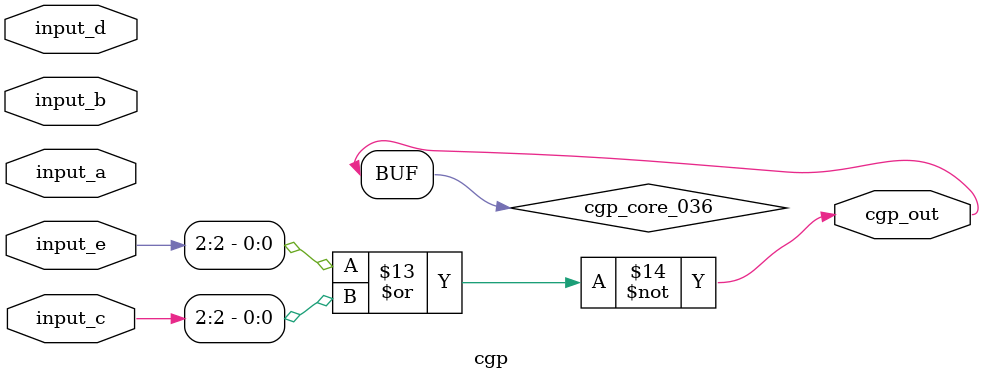
<source format=v>
module cgp(input [2:0] input_a, input [2:0] input_b, input [2:0] input_c, input [2:0] input_d, input [2:0] input_e, output [0:0] cgp_out);
  wire cgp_core_017;
  wire cgp_core_018;
  wire cgp_core_019;
  wire cgp_core_020;
  wire cgp_core_024;
  wire cgp_core_032;
  wire cgp_core_033;
  wire cgp_core_035;
  wire cgp_core_036;
  wire cgp_core_037;
  wire cgp_core_038;
  wire cgp_core_041;
  wire cgp_core_045;
  wire cgp_core_048;
  wire cgp_core_049;
  wire cgp_core_050;
  wire cgp_core_052;
  wire cgp_core_053;
  wire cgp_core_054;
  wire cgp_core_056;
  wire cgp_core_058;
  wire cgp_core_060;
  wire cgp_core_061;
  wire cgp_core_062;
  wire cgp_core_063;
  wire cgp_core_064;
  wire cgp_core_069;
  wire cgp_core_071_not;
  wire cgp_core_076;
  wire cgp_core_079;
  wire cgp_core_080;

  assign cgp_core_017 = input_e[2] & input_b[2];
  assign cgp_core_018 = input_a[2] ^ input_d[1];
  assign cgp_core_019 = ~(input_e[2] ^ input_c[2]);
  assign cgp_core_020 = ~(input_d[0] & input_c[0]);
  assign cgp_core_024 = input_a[0] & input_d[1];
  assign cgp_core_032 = ~(input_d[1] | input_c[2]);
  assign cgp_core_033 = ~(input_b[0] & input_d[2]);
  assign cgp_core_035 = input_d[0] & input_c[1];
  assign cgp_core_036 = ~(input_e[2] | input_c[2]);
  assign cgp_core_037 = ~input_d[1];
  assign cgp_core_038 = ~(input_e[1] ^ input_d[0]);
  assign cgp_core_041 = input_b[1] & input_a[2];
  assign cgp_core_045 = input_e[1] & input_b[2];
  assign cgp_core_048 = input_c[0] & input_b[0];
  assign cgp_core_049 = input_d[0] | input_e[2];
  assign cgp_core_050 = ~input_a[0];
  assign cgp_core_052 = ~(input_d[1] ^ input_e[0]);
  assign cgp_core_053 = ~(input_b[1] | input_a[0]);
  assign cgp_core_054 = ~(input_e[0] ^ input_e[0]);
  assign cgp_core_056 = input_b[0] ^ input_d[2];
  assign cgp_core_058 = ~input_d[2];
  assign cgp_core_060 = ~(input_c[1] & input_b[0]);
  assign cgp_core_061 = ~(input_a[0] & input_c[0]);
  assign cgp_core_062 = input_a[1] | input_a[0];
  assign cgp_core_063 = ~(input_a[0] | input_e[0]);
  assign cgp_core_064 = ~(input_c[0] ^ input_e[0]);
  assign cgp_core_069 = input_a[2] | input_a[1];
  assign cgp_core_071_not = ~input_a[0];
  assign cgp_core_076 = ~(input_e[2] ^ input_e[0]);
  assign cgp_core_079 = ~(input_c[0] | input_e[1]);
  assign cgp_core_080 = ~(input_d[1] ^ input_b[1]);

  assign cgp_out[0] = cgp_core_036;
endmodule
</source>
